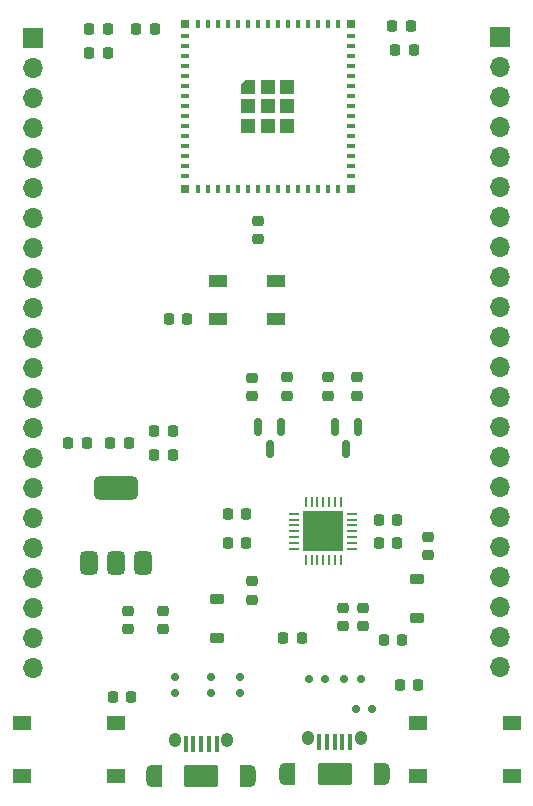
<source format=gbr>
%TF.GenerationSoftware,KiCad,Pcbnew,9.0.0*%
%TF.CreationDate,2025-06-09T12:03:21+05:30*%
%TF.ProjectId,ESP32_DevKit_M1,45535033-325f-4446-9576-4b69745f4d31,rev?*%
%TF.SameCoordinates,Original*%
%TF.FileFunction,Soldermask,Top*%
%TF.FilePolarity,Negative*%
%FSLAX46Y46*%
G04 Gerber Fmt 4.6, Leading zero omitted, Abs format (unit mm)*
G04 Created by KiCad (PCBNEW 9.0.0) date 2025-06-09 12:03:21*
%MOMM*%
%LPD*%
G01*
G04 APERTURE LIST*
G04 Aperture macros list*
%AMRoundRect*
0 Rectangle with rounded corners*
0 $1 Rounding radius*
0 $2 $3 $4 $5 $6 $7 $8 $9 X,Y pos of 4 corners*
0 Add a 4 corners polygon primitive as box body*
4,1,4,$2,$3,$4,$5,$6,$7,$8,$9,$2,$3,0*
0 Add four circle primitives for the rounded corners*
1,1,$1+$1,$2,$3*
1,1,$1+$1,$4,$5*
1,1,$1+$1,$6,$7*
1,1,$1+$1,$8,$9*
0 Add four rect primitives between the rounded corners*
20,1,$1+$1,$2,$3,$4,$5,0*
20,1,$1+$1,$4,$5,$6,$7,0*
20,1,$1+$1,$6,$7,$8,$9,0*
20,1,$1+$1,$8,$9,$2,$3,0*%
%AMOutline5P*
0 Free polygon, 5 corners , with rotation*
0 The origin of the aperture is its center*
0 number of corners: always 5*
0 $1 to $10 corner X, Y*
0 $11 Rotation angle, in degrees counterclockwise*
0 create outline with 5 corners*
4,1,5,$1,$2,$3,$4,$5,$6,$7,$8,$9,$10,$1,$2,$11*%
%AMOutline6P*
0 Free polygon, 6 corners , with rotation*
0 The origin of the aperture is its center*
0 number of corners: always 6*
0 $1 to $12 corner X, Y*
0 $13 Rotation angle, in degrees counterclockwise*
0 create outline with 6 corners*
4,1,6,$1,$2,$3,$4,$5,$6,$7,$8,$9,$10,$11,$12,$1,$2,$13*%
%AMOutline7P*
0 Free polygon, 7 corners , with rotation*
0 The origin of the aperture is its center*
0 number of corners: always 7*
0 $1 to $14 corner X, Y*
0 $15 Rotation angle, in degrees counterclockwise*
0 create outline with 7 corners*
4,1,7,$1,$2,$3,$4,$5,$6,$7,$8,$9,$10,$11,$12,$13,$14,$1,$2,$15*%
%AMOutline8P*
0 Free polygon, 8 corners , with rotation*
0 The origin of the aperture is its center*
0 number of corners: always 8*
0 $1 to $16 corner X, Y*
0 $17 Rotation angle, in degrees counterclockwise*
0 create outline with 8 corners*
4,1,8,$1,$2,$3,$4,$5,$6,$7,$8,$9,$10,$11,$12,$13,$14,$15,$16,$1,$2,$17*%
G04 Aperture macros list end*
%ADD10R,1.700000X1.700000*%
%ADD11O,1.700000X1.700000*%
%ADD12RoundRect,0.225000X0.225000X0.250000X-0.225000X0.250000X-0.225000X-0.250000X0.225000X-0.250000X0*%
%ADD13RoundRect,0.150000X-0.150000X-0.200000X0.150000X-0.200000X0.150000X0.200000X-0.150000X0.200000X0*%
%ADD14RoundRect,0.225000X-0.375000X0.225000X-0.375000X-0.225000X0.375000X-0.225000X0.375000X0.225000X0*%
%ADD15RoundRect,0.150000X0.200000X-0.150000X0.200000X0.150000X-0.200000X0.150000X-0.200000X-0.150000X0*%
%ADD16RoundRect,0.225000X-0.250000X0.225000X-0.250000X-0.225000X0.250000X-0.225000X0.250000X0.225000X0*%
%ADD17RoundRect,0.375000X0.375000X-0.625000X0.375000X0.625000X-0.375000X0.625000X-0.375000X-0.625000X0*%
%ADD18RoundRect,0.500000X1.400000X-0.500000X1.400000X0.500000X-1.400000X0.500000X-1.400000X-0.500000X0*%
%ADD19R,1.500000X1.000000*%
%ADD20RoundRect,0.218750X-0.218750X-0.256250X0.218750X-0.256250X0.218750X0.256250X-0.218750X0.256250X0*%
%ADD21RoundRect,0.225000X-0.225000X-0.250000X0.225000X-0.250000X0.225000X0.250000X-0.225000X0.250000X0*%
%ADD22R,0.800000X0.400000*%
%ADD23R,0.400000X0.800000*%
%ADD24Outline5P,-0.600000X0.204000X-0.204000X0.600000X0.600000X0.600000X0.600000X-0.600000X-0.600000X-0.600000X0.000000*%
%ADD25R,1.200000X1.200000*%
%ADD26R,0.800000X0.800000*%
%ADD27R,1.550000X1.300000*%
%ADD28RoundRect,0.225000X0.250000X-0.225000X0.250000X0.225000X-0.250000X0.225000X-0.250000X-0.225000X0*%
%ADD29RoundRect,0.100000X-0.100000X-0.575000X0.100000X-0.575000X0.100000X0.575000X-0.100000X0.575000X0*%
%ADD30O,1.000000X1.900000*%
%ADD31R,0.875000X1.900000*%
%ADD32O,1.050000X1.250000*%
%ADD33RoundRect,0.250000X-1.200000X-0.700000X1.200000X-0.700000X1.200000X0.700000X-1.200000X0.700000X0*%
%ADD34RoundRect,0.062500X0.062500X-0.337500X0.062500X0.337500X-0.062500X0.337500X-0.062500X-0.337500X0*%
%ADD35RoundRect,0.062500X0.337500X-0.062500X0.337500X0.062500X-0.337500X0.062500X-0.337500X-0.062500X0*%
%ADD36R,3.350000X3.350000*%
%ADD37RoundRect,0.150000X-0.150000X0.587500X-0.150000X-0.587500X0.150000X-0.587500X0.150000X0.587500X0*%
%ADD38RoundRect,0.150000X0.150000X0.200000X-0.150000X0.200000X-0.150000X-0.200000X0.150000X-0.200000X0*%
G04 APERTURE END LIST*
D10*
%TO.C,J3*%
X106575000Y-65995000D03*
D11*
X106575000Y-68535000D03*
X106575000Y-71075000D03*
X106575000Y-73615000D03*
X106575000Y-76155000D03*
X106575000Y-78695000D03*
X106575000Y-81235000D03*
X106575000Y-83775000D03*
X106575000Y-86315000D03*
X106575000Y-88855000D03*
X106575000Y-91395000D03*
X106575000Y-93935000D03*
X106575000Y-96475000D03*
X106575000Y-99015000D03*
X106575000Y-101555000D03*
X106575000Y-104095000D03*
X106575000Y-106635000D03*
X106575000Y-109175000D03*
X106575000Y-111715000D03*
X106575000Y-114255000D03*
X106575000Y-116795000D03*
X106575000Y-119335000D03*
%TD*%
D12*
%TO.C,R13*%
X124575000Y-106275000D03*
X123025000Y-106275000D03*
%TD*%
D13*
%TO.C,D2*%
X135275000Y-122775000D03*
X133875000Y-122775000D03*
%TD*%
D14*
%TO.C,D6*%
X122075000Y-113475000D03*
X122075000Y-116775000D03*
%TD*%
D15*
%TO.C,D5*%
X124075000Y-120075000D03*
X124075000Y-121475000D03*
%TD*%
D12*
%TO.C,R1*%
X116850000Y-65275000D03*
X115300000Y-65275000D03*
%TD*%
%TO.C,C6*%
X137775000Y-117000000D03*
X136225000Y-117000000D03*
%TD*%
D10*
%TO.C,J4*%
X146075000Y-65915000D03*
D11*
X146075000Y-68455000D03*
X146075000Y-70995000D03*
X146075000Y-73535000D03*
X146075000Y-76075000D03*
X146075000Y-78615000D03*
X146075000Y-81155000D03*
X146075000Y-83695000D03*
X146075000Y-86235000D03*
X146075000Y-88775000D03*
X146075000Y-91315000D03*
X146075000Y-93855000D03*
X146075000Y-96395000D03*
X146075000Y-98935000D03*
X146075000Y-101475000D03*
X146075000Y-104015000D03*
X146075000Y-106555000D03*
X146075000Y-109095000D03*
X146075000Y-111635000D03*
X146075000Y-114175000D03*
X146075000Y-116715000D03*
X146075000Y-119255000D03*
%TD*%
D16*
%TO.C,R10*%
X132775000Y-114225000D03*
X132775000Y-115775000D03*
%TD*%
D17*
%TO.C,U4*%
X111275000Y-110425000D03*
X113575000Y-110425000D03*
D18*
X113575000Y-104125000D03*
D17*
X115875000Y-110425000D03*
%TD*%
D16*
%TO.C,R4*%
X131500000Y-94725000D03*
X131500000Y-96275000D03*
%TD*%
D19*
%TO.C,LED2*%
X122175000Y-86575000D03*
X122175000Y-89775000D03*
X127075000Y-89775000D03*
X127075000Y-86575000D03*
%TD*%
D12*
%TO.C,R14*%
X124575000Y-108775000D03*
X123025000Y-108775000D03*
%TD*%
D20*
%TO.C,LED1*%
X109500000Y-100275000D03*
X111075000Y-100275000D03*
%TD*%
D16*
%TO.C,R5*%
X125075000Y-94775000D03*
X125075000Y-96325000D03*
%TD*%
D21*
%TO.C,R11*%
X135800000Y-106775000D03*
X137350000Y-106775000D03*
%TD*%
D22*
%TO.C,U1*%
X119425000Y-65825000D03*
X119425000Y-66675000D03*
X119425000Y-67525000D03*
X119425000Y-68375000D03*
X119425000Y-69225000D03*
X119425000Y-70075000D03*
X119425000Y-70925000D03*
X119425000Y-71775000D03*
X119425000Y-72625000D03*
X119425000Y-73475000D03*
X119425000Y-74325000D03*
X119425000Y-75175000D03*
X119425000Y-76025000D03*
X119425000Y-76875000D03*
X119425000Y-77725000D03*
D23*
X120475000Y-78775000D03*
X121325000Y-78775000D03*
X122175000Y-78775000D03*
X123025000Y-78775000D03*
X123875000Y-78775000D03*
X124725000Y-78775000D03*
X125575000Y-78775000D03*
X126425000Y-78775000D03*
X127275000Y-78775000D03*
X128125000Y-78775000D03*
X128975000Y-78775000D03*
X129825000Y-78775000D03*
X130675000Y-78775000D03*
X131525000Y-78775000D03*
X132375000Y-78775000D03*
D22*
X133425000Y-77725000D03*
X133425000Y-76875000D03*
X133425000Y-76025000D03*
X133425000Y-75175000D03*
X133425000Y-74325000D03*
X133425000Y-73475000D03*
X133425000Y-72625000D03*
X133425000Y-71775000D03*
X133425000Y-70925000D03*
X133425000Y-70075000D03*
X133425000Y-69225000D03*
X133425000Y-68375000D03*
X133425000Y-67525000D03*
X133425000Y-66675000D03*
X133425000Y-65825000D03*
D23*
X132375000Y-64775000D03*
X131525000Y-64775000D03*
X130675000Y-64775000D03*
X129825000Y-64775000D03*
X128975000Y-64775000D03*
X128125000Y-64775000D03*
X127275000Y-64775000D03*
X126425000Y-64775000D03*
X125575000Y-64775000D03*
X124725000Y-64775000D03*
X123875000Y-64775000D03*
X123025000Y-64775000D03*
X122175000Y-64775000D03*
X121325000Y-64775000D03*
X120475000Y-64775000D03*
D24*
X124775000Y-70125000D03*
D25*
X124775000Y-71775000D03*
X124775000Y-73425000D03*
X126425000Y-70125000D03*
X126425000Y-71775000D03*
X126425000Y-73425000D03*
X128075000Y-70125000D03*
X128075000Y-71775000D03*
X128075000Y-73425000D03*
D26*
X119425000Y-64775000D03*
X119425000Y-78775000D03*
X133425000Y-78775000D03*
X133425000Y-64775000D03*
%TD*%
D27*
%TO.C,SW1*%
X113555000Y-128525000D03*
X105595000Y-128525000D03*
X113555000Y-124025000D03*
X105595000Y-124025000D03*
%TD*%
D28*
%TO.C,C2*%
X140000000Y-109775000D03*
X140000000Y-108225000D03*
%TD*%
D12*
%TO.C,C11*%
X118350000Y-101275000D03*
X116800000Y-101275000D03*
%TD*%
%TO.C,R15*%
X114625000Y-100275000D03*
X113075000Y-100275000D03*
%TD*%
%TO.C,C12*%
X114850000Y-121775000D03*
X113300000Y-121775000D03*
%TD*%
D28*
%TO.C,C9*%
X114575000Y-116050000D03*
X114575000Y-114500000D03*
%TD*%
D12*
%TO.C,C5*%
X138775000Y-67000000D03*
X137225000Y-67000000D03*
%TD*%
D29*
%TO.C,J1*%
X133375000Y-125600000D03*
X132725000Y-125600000D03*
X132075000Y-125600000D03*
X131425000Y-125600000D03*
X130775000Y-125600000D03*
D30*
X127900000Y-128275000D03*
D31*
X128337500Y-128275000D03*
D32*
X129850000Y-125275000D03*
D33*
X132075000Y-128275000D03*
D32*
X134300000Y-125275000D03*
D31*
X135812500Y-128275000D03*
D30*
X136250000Y-128275000D03*
%TD*%
D28*
%TO.C,R3*%
X125575000Y-83050000D03*
X125575000Y-81500000D03*
%TD*%
D13*
%TO.C,D4*%
X134275000Y-120275000D03*
X132875000Y-120275000D03*
%TD*%
D21*
%TO.C,R8*%
X118025000Y-89775000D03*
X119575000Y-89775000D03*
%TD*%
%TO.C,C3*%
X111300000Y-67275000D03*
X112850000Y-67275000D03*
%TD*%
D16*
%TO.C,R9*%
X134500000Y-114225000D03*
X134500000Y-115775000D03*
%TD*%
D34*
%TO.C,U2*%
X129625000Y-110225000D03*
X130125000Y-110225000D03*
X130625000Y-110225000D03*
X131125000Y-110225000D03*
X131625000Y-110225000D03*
X132125000Y-110225000D03*
X132625000Y-110225000D03*
D35*
X133575000Y-109275000D03*
X133575000Y-108775000D03*
X133575000Y-108275000D03*
X133575000Y-107775000D03*
X133575000Y-107275000D03*
X133575000Y-106775000D03*
X133575000Y-106275000D03*
D34*
X132625000Y-105325000D03*
X132125000Y-105325000D03*
X131625000Y-105325000D03*
X131125000Y-105325000D03*
X130625000Y-105325000D03*
X130125000Y-105325000D03*
X129625000Y-105325000D03*
D35*
X128675000Y-106275000D03*
X128675000Y-106775000D03*
X128675000Y-107275000D03*
X128675000Y-107775000D03*
X128675000Y-108275000D03*
X128675000Y-108775000D03*
X128675000Y-109275000D03*
D36*
X131125000Y-107775000D03*
%TD*%
D37*
%TO.C,Q1*%
X134025000Y-98900000D03*
X132125000Y-98900000D03*
X133075000Y-100775000D03*
%TD*%
%TO.C,Q2*%
X127525000Y-98900000D03*
X125625000Y-98900000D03*
X126575000Y-100775000D03*
%TD*%
D15*
%TO.C,D7*%
X118575000Y-120075000D03*
X118575000Y-121475000D03*
%TD*%
D38*
%TO.C,D3*%
X129875000Y-120275000D03*
X131275000Y-120275000D03*
%TD*%
D12*
%TO.C,R12*%
X137350000Y-108775000D03*
X135800000Y-108775000D03*
%TD*%
%TO.C,C10*%
X118350000Y-99275000D03*
X116800000Y-99275000D03*
%TD*%
D28*
%TO.C,R7*%
X128075000Y-96275000D03*
X128075000Y-94725000D03*
%TD*%
D21*
%TO.C,C13*%
X137575000Y-120775000D03*
X139125000Y-120775000D03*
%TD*%
%TO.C,R2*%
X136950000Y-65000000D03*
X138500000Y-65000000D03*
%TD*%
%TO.C,C4*%
X111300000Y-65275000D03*
X112850000Y-65275000D03*
%TD*%
D14*
%TO.C,D1*%
X139075000Y-111775000D03*
X139075000Y-115075000D03*
%TD*%
D29*
%TO.C,J2*%
X122075000Y-125775000D03*
X121425000Y-125775000D03*
X120775000Y-125775000D03*
X120125000Y-125775000D03*
X119475000Y-125775000D03*
D30*
X116600000Y-128450000D03*
D31*
X117037500Y-128450000D03*
D32*
X118550000Y-125450000D03*
D33*
X120775000Y-128450000D03*
D32*
X123000000Y-125450000D03*
D31*
X124512500Y-128450000D03*
D30*
X124950000Y-128450000D03*
%TD*%
D28*
%TO.C,C1*%
X125075000Y-113550000D03*
X125075000Y-112000000D03*
%TD*%
%TO.C,R6*%
X134000000Y-96275000D03*
X134000000Y-94725000D03*
%TD*%
D15*
%TO.C,D8*%
X121575000Y-120075000D03*
X121575000Y-121475000D03*
%TD*%
D27*
%TO.C,SW2*%
X147055000Y-128525000D03*
X139095000Y-128525000D03*
X147055000Y-124025000D03*
X139095000Y-124025000D03*
%TD*%
D28*
%TO.C,C8*%
X117575000Y-116050000D03*
X117575000Y-114500000D03*
%TD*%
D21*
%TO.C,C7*%
X127725000Y-116775000D03*
X129275000Y-116775000D03*
%TD*%
M02*

</source>
